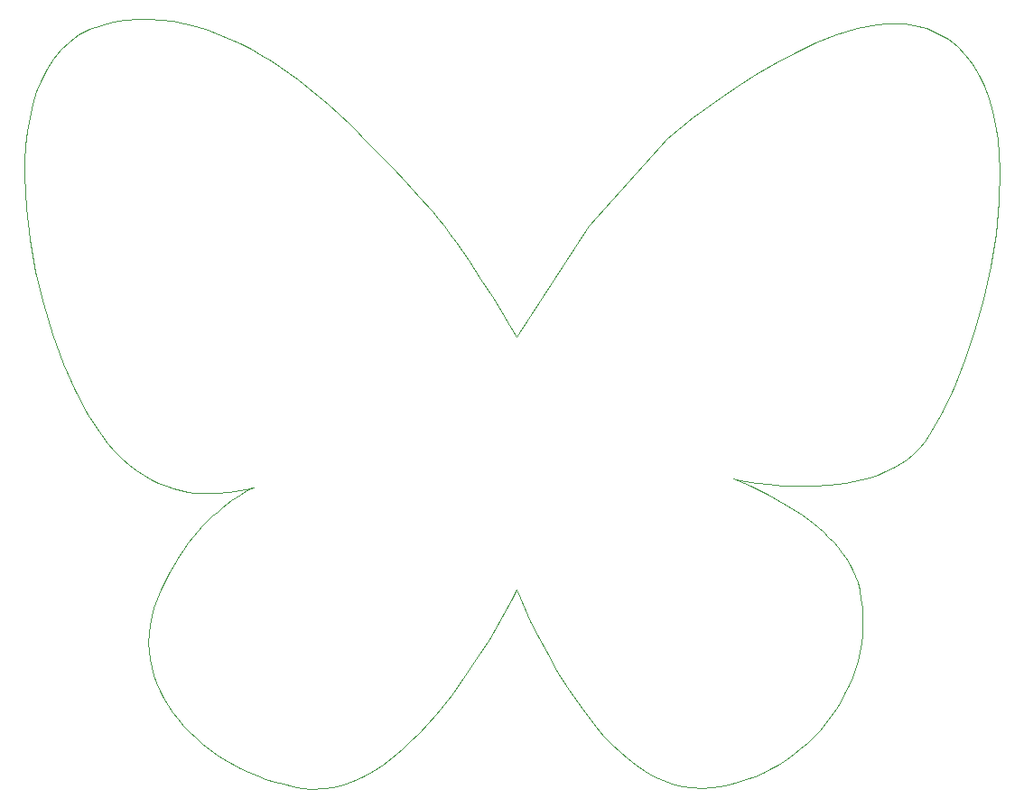
<source format=gbr>
%TF.GenerationSoftware,KiCad,Pcbnew,9.0.2*%
%TF.CreationDate,2025-06-04T18:39:41-07:00*%
%TF.ProjectId,butterfly3,62757474-6572-4666-9c79-332e6b696361,rev?*%
%TF.SameCoordinates,Original*%
%TF.FileFunction,Profile,NP*%
%FSLAX46Y46*%
G04 Gerber Fmt 4.6, Leading zero omitted, Abs format (unit mm)*
G04 Created by KiCad (PCBNEW 9.0.2) date 2025-06-04 18:39:41*
%MOMM*%
%LPD*%
G01*
G04 APERTURE LIST*
%TA.AperFunction,Profile*%
%ADD10C,0.000000*%
%TD*%
G04 APERTURE END LIST*
D10*
X109500000Y-53500000D02*
X110608879Y-53646884D01*
X111706053Y-53862834D01*
X112789159Y-54141997D01*
X113855832Y-54478521D01*
X114903708Y-54866553D01*
X115930423Y-55300241D01*
X116933612Y-55773733D01*
X117910911Y-56281176D01*
X118859956Y-56816719D01*
X119778383Y-57374508D01*
X120663828Y-57948691D01*
X122326313Y-59122832D01*
X123828499Y-60292321D01*
X125151470Y-61410341D01*
X126276313Y-62430072D01*
X127184115Y-63304696D01*
X127855963Y-63987393D01*
X128416137Y-64589734D01*
X129225554Y-65394484D01*
X131209582Y-67423652D01*
X132433846Y-68716883D01*
X133701888Y-70099610D01*
X134930416Y-71499628D01*
X135503833Y-72183557D01*
X136036138Y-72844733D01*
X136604803Y-73588034D01*
X137185394Y-74382454D01*
X137771202Y-75214323D01*
X138355521Y-76069971D01*
X139492856Y-77797919D01*
X140543738Y-79456935D01*
X141454503Y-80937655D01*
X142171488Y-82130714D01*
X142809472Y-83216399D01*
X149582806Y-72844733D01*
X156991137Y-64589734D01*
X159383254Y-62689590D01*
X162017099Y-60778918D01*
X163589547Y-59718912D01*
X165292756Y-58640740D01*
X167097034Y-57583108D01*
X168972689Y-56584727D01*
X170890030Y-55684305D01*
X172819365Y-54920551D01*
X174731001Y-54332174D01*
X175670904Y-54115849D01*
X176595248Y-53957883D01*
X177500321Y-53863116D01*
X178382413Y-53836387D01*
X179237811Y-53882533D01*
X180062804Y-54006394D01*
X181240628Y-54323548D01*
X182312758Y-54769538D01*
X183282464Y-55337179D01*
X184153014Y-56019287D01*
X184927677Y-56808678D01*
X185609724Y-57698168D01*
X186202423Y-58680572D01*
X186709043Y-59748707D01*
X187132855Y-60895387D01*
X187477126Y-62113429D01*
X187745127Y-63395648D01*
X187940126Y-64734860D01*
X188124198Y-67555527D01*
X188055495Y-70517955D01*
X187760171Y-73564670D01*
X187264381Y-76638198D01*
X186594278Y-79681066D01*
X185776017Y-82635798D01*
X184835751Y-85444922D01*
X183799636Y-88050962D01*
X182693824Y-90396445D01*
X181544469Y-92423897D01*
X181081940Y-93087539D01*
X180570265Y-93691107D01*
X180013633Y-94237159D01*
X179416228Y-94728253D01*
X178782235Y-95166947D01*
X178115842Y-95555800D01*
X177421233Y-95897368D01*
X176702595Y-96194210D01*
X175964112Y-96448885D01*
X175209972Y-96663950D01*
X174444360Y-96841962D01*
X173671461Y-96985480D01*
X172895462Y-97097063D01*
X172120548Y-97179267D01*
X170590719Y-97265774D01*
X169115460Y-97265464D01*
X167728257Y-97198802D01*
X166462598Y-97086250D01*
X165351967Y-96948274D01*
X163729741Y-96677903D01*
X163129467Y-96551400D01*
X163579399Y-96724705D01*
X164777924Y-97238195D01*
X165587000Y-97619495D01*
X166498136Y-98082226D01*
X167482967Y-98625183D01*
X168513129Y-99247159D01*
X169560261Y-99946950D01*
X170595998Y-100723350D01*
X171591978Y-101575155D01*
X172066195Y-102028958D01*
X172519837Y-102501159D01*
X172949358Y-102991609D01*
X173351212Y-103500157D01*
X173721854Y-104026653D01*
X174057739Y-104570944D01*
X174355322Y-105132882D01*
X174611056Y-105712315D01*
X174821397Y-106309093D01*
X174982799Y-106923064D01*
X175141043Y-107775099D01*
X175245116Y-108625943D01*
X175296428Y-109473971D01*
X175296388Y-110317563D01*
X175246405Y-111155096D01*
X175147887Y-111984946D01*
X175002243Y-112805493D01*
X174810883Y-113615113D01*
X174575215Y-114412184D01*
X174296647Y-115195084D01*
X173976589Y-115962190D01*
X173616449Y-116711879D01*
X173217637Y-117442530D01*
X172781561Y-118152520D01*
X172309630Y-118840226D01*
X171803252Y-119504026D01*
X171263838Y-120142298D01*
X170692794Y-120753420D01*
X170091531Y-121335768D01*
X169461457Y-121887720D01*
X168803981Y-122407655D01*
X168120512Y-122893948D01*
X167412459Y-123344980D01*
X166681229Y-123759125D01*
X165928234Y-124134763D01*
X165154880Y-124470271D01*
X164362577Y-124764027D01*
X163552734Y-125014407D01*
X162726760Y-125219790D01*
X161886063Y-125378553D01*
X161032052Y-125489074D01*
X160166137Y-125549730D01*
X159242281Y-125531587D01*
X158334046Y-125406644D01*
X157442330Y-125181944D01*
X156568033Y-124864527D01*
X155712053Y-124461435D01*
X154875290Y-123979711D01*
X154058642Y-123426395D01*
X153263008Y-122808530D01*
X152489288Y-122133156D01*
X151738381Y-121407316D01*
X151011185Y-120638052D01*
X150308599Y-119832403D01*
X148980854Y-118140124D01*
X147762338Y-116386811D01*
X146660243Y-114628798D01*
X145681761Y-112922418D01*
X144834083Y-111324003D01*
X144124401Y-109889886D01*
X143147793Y-107739880D01*
X142809472Y-106923064D01*
X142378968Y-107792795D01*
X141153921Y-110071308D01*
X140274598Y-111583852D01*
X139234025Y-113262584D01*
X138044663Y-115045502D01*
X136718975Y-116870604D01*
X135269422Y-118675886D01*
X133708466Y-120399347D01*
X132890107Y-121211019D01*
X132048570Y-121978985D01*
X131185413Y-122695494D01*
X130302194Y-123352796D01*
X129400471Y-123943141D01*
X128481801Y-124458779D01*
X127547742Y-124891958D01*
X126599853Y-125234930D01*
X125639689Y-125479943D01*
X124668811Y-125619248D01*
X123688774Y-125645094D01*
X122701137Y-125549730D01*
X121848111Y-125393631D01*
X121001885Y-125199855D01*
X120164615Y-124969423D01*
X119338458Y-124703354D01*
X118525571Y-124402666D01*
X117728108Y-124068380D01*
X116948226Y-123701514D01*
X116188082Y-123303088D01*
X115449832Y-122874121D01*
X114735631Y-122415633D01*
X114047637Y-121928643D01*
X113388005Y-121414170D01*
X112758891Y-120873233D01*
X112162452Y-120306852D01*
X111600844Y-119716047D01*
X111076223Y-119101835D01*
X110590745Y-118465238D01*
X110146567Y-117807273D01*
X109745844Y-117128961D01*
X109390733Y-116431321D01*
X109083389Y-115715372D01*
X108825970Y-114982133D01*
X108620632Y-114232624D01*
X108469530Y-113467864D01*
X108374820Y-112688872D01*
X108338660Y-111896667D01*
X108363205Y-111092270D01*
X108450611Y-110276699D01*
X108603034Y-109450974D01*
X108822631Y-108616113D01*
X109111559Y-107773137D01*
X109471972Y-106923064D01*
X109875700Y-106092527D01*
X110292025Y-105306677D01*
X110719280Y-104564313D01*
X111155797Y-103864233D01*
X111599911Y-103205236D01*
X112049954Y-102586120D01*
X112504261Y-102005684D01*
X112961165Y-101462726D01*
X113418999Y-100956045D01*
X113876096Y-100484440D01*
X114330791Y-100046708D01*
X114781416Y-99641649D01*
X115226304Y-99268061D01*
X115663791Y-98924742D01*
X116092208Y-98610491D01*
X116509889Y-98324107D01*
X116915168Y-98064388D01*
X117306378Y-97830132D01*
X118039924Y-97433206D01*
X118205896Y-97355054D01*
X117886514Y-97448631D01*
X116906958Y-97673191D01*
X115811130Y-97846591D01*
X114618099Y-97940461D01*
X113346934Y-97926431D01*
X112688010Y-97870088D01*
X112016703Y-97776130D01*
X111335396Y-97641012D01*
X110646475Y-97461188D01*
X109952321Y-97233110D01*
X109255318Y-96953234D01*
X108557851Y-96618012D01*
X107862302Y-96223899D01*
X107171056Y-95767347D01*
X106486496Y-95244811D01*
X105811005Y-94652744D01*
X105146967Y-93987600D01*
X104496766Y-93245834D01*
X103862785Y-92423897D01*
X102631469Y-90514634D01*
X101453637Y-88277174D01*
X100353009Y-85767793D01*
X99353305Y-83042766D01*
X98478244Y-80158368D01*
X97751545Y-77170876D01*
X97196929Y-74136565D01*
X96838114Y-71111711D01*
X96698820Y-68152589D01*
X96718905Y-66715264D01*
X96802766Y-65315475D01*
X96953367Y-63960258D01*
X97173672Y-62656645D01*
X97466648Y-61411673D01*
X97835258Y-60232374D01*
X98282468Y-59125784D01*
X98811243Y-58098938D01*
X99424547Y-57158869D01*
X100125346Y-56312612D01*
X100916604Y-55567202D01*
X101801287Y-54929672D01*
X102782359Y-54407058D01*
X103862785Y-54006394D01*
X104994723Y-53720166D01*
X106126778Y-53532264D01*
X107256585Y-53436838D01*
X108381781Y-53428034D01*
X109500000Y-53500000D01*
M02*

</source>
